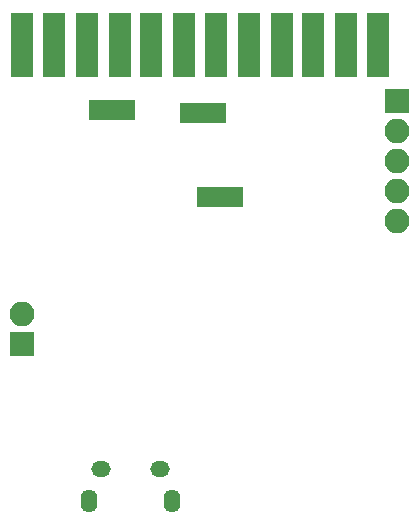
<source format=gbr>
G04 #@! TF.FileFunction,Soldermask,Bot*
%FSLAX46Y46*%
G04 Gerber Fmt 4.6, Leading zero omitted, Abs format (unit mm)*
G04 Created by KiCad (PCBNEW 4.0.7) date Thursday, 17 May 2018 'PMt' 20:57:55*
%MOMM*%
%LPD*%
G01*
G04 APERTURE LIST*
%ADD10C,0.100000*%
%ADD11R,1.924000X5.480000*%
%ADD12O,1.650000X1.350000*%
%ADD13O,1.400000X1.950000*%
%ADD14R,2.100000X2.100000*%
%ADD15O,2.100000X2.100000*%
%ADD16R,1.365200X1.670000*%
G04 APERTURE END LIST*
D10*
D11*
X99568000Y-83185000D03*
X102235000Y-83185000D03*
X105029000Y-83185000D03*
X107823000Y-83185000D03*
X110490000Y-83185000D03*
X113284000Y-83185000D03*
X115951000Y-83185000D03*
X118745000Y-83185000D03*
X121539000Y-83185000D03*
X124206000Y-83185000D03*
X127000000Y-83185000D03*
X129667000Y-83185000D03*
D12*
X106211100Y-119087460D03*
X111211100Y-119087460D03*
D13*
X105211100Y-121787460D03*
X112211100Y-121787460D03*
D14*
X99568000Y-108458000D03*
D15*
X99568000Y-105918000D03*
D16*
X117602000Y-96012000D03*
X116332000Y-96012000D03*
X115062000Y-96012000D03*
D14*
X131318000Y-87884000D03*
D15*
X131318000Y-90424000D03*
X131318000Y-92964000D03*
X131318000Y-95504000D03*
X131318000Y-98044000D03*
D16*
X105854500Y-88709500D03*
X107124500Y-88709500D03*
X108394500Y-88709500D03*
X113601500Y-88900000D03*
X114871500Y-88900000D03*
X116141500Y-88900000D03*
M02*

</source>
